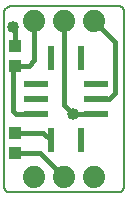
<source format=gtl>
G75*
%MOIN*%
%OFA0B0*%
%FSLAX24Y24*%
%IPPOS*%
%LPD*%
%AMOC8*
5,1,8,0,0,1.08239X$1,22.5*
%
%ADD10C,0.0080*%
%ADD11R,0.0394X0.0433*%
%ADD12C,0.0740*%
%ADD13R,0.0787X0.0236*%
%ADD14R,0.0236X0.0787*%
%ADD15C,0.0160*%
%ADD16C,0.0400*%
D10*
X000205Y000323D02*
X000205Y006116D01*
X000207Y006143D01*
X000212Y006170D01*
X000220Y006195D01*
X000231Y006220D01*
X000245Y006243D01*
X000261Y006265D01*
X000280Y006284D01*
X000302Y006300D01*
X000325Y006314D01*
X000350Y006325D01*
X000375Y006333D01*
X000402Y006338D01*
X000429Y006340D01*
X004022Y006340D01*
X004048Y006338D01*
X004074Y006333D01*
X004098Y006323D01*
X004121Y006311D01*
X004142Y006295D01*
X004160Y006277D01*
X004176Y006256D01*
X004188Y006233D01*
X004198Y006209D01*
X004203Y006183D01*
X004205Y006157D01*
X004205Y000340D01*
X004203Y000314D01*
X004198Y000288D01*
X004190Y000263D01*
X004178Y000240D01*
X004164Y000218D01*
X004146Y000199D01*
X004127Y000181D01*
X004105Y000167D01*
X004082Y000155D01*
X004057Y000147D01*
X004031Y000142D01*
X004005Y000140D01*
X000388Y000140D01*
X000362Y000142D01*
X000336Y000147D01*
X000312Y000157D01*
X000289Y000169D01*
X000268Y000185D01*
X000250Y000203D01*
X000234Y000224D01*
X000222Y000247D01*
X000212Y000271D01*
X000207Y000297D01*
X000205Y000323D01*
D11*
X000555Y001455D03*
X000555Y002125D03*
X000555Y004355D03*
X000555Y005025D03*
D12*
X001205Y005840D03*
X002205Y005840D03*
X003205Y005840D03*
X003205Y000640D03*
X002205Y000640D03*
X001205Y000640D03*
D13*
X001255Y002748D03*
X001255Y003240D03*
X001255Y003732D03*
X003255Y003732D03*
X003255Y003240D03*
X003255Y002748D03*
D14*
X002755Y001862D03*
X001755Y001862D03*
X001755Y004618D03*
X002755Y004618D03*
D15*
X003905Y005140D02*
X003205Y005840D01*
X003905Y005140D02*
X003905Y003440D01*
X003705Y003240D01*
X003255Y003240D01*
X003255Y002748D02*
X003247Y002740D01*
X002505Y002740D01*
X002205Y003040D01*
X002205Y005840D01*
X001205Y005840D02*
X001205Y004540D01*
X001020Y004355D01*
X000555Y004355D01*
X000505Y004305D01*
X000505Y002840D01*
X000597Y002748D01*
X001255Y002748D01*
X001492Y002125D02*
X001755Y001862D01*
X001492Y002125D02*
X000555Y002125D01*
X000555Y001455D02*
X001390Y001455D01*
X002205Y000640D01*
X000555Y005025D02*
X000555Y005590D01*
X000505Y005640D01*
D16*
X000505Y005640D03*
X002505Y002740D03*
M02*

</source>
